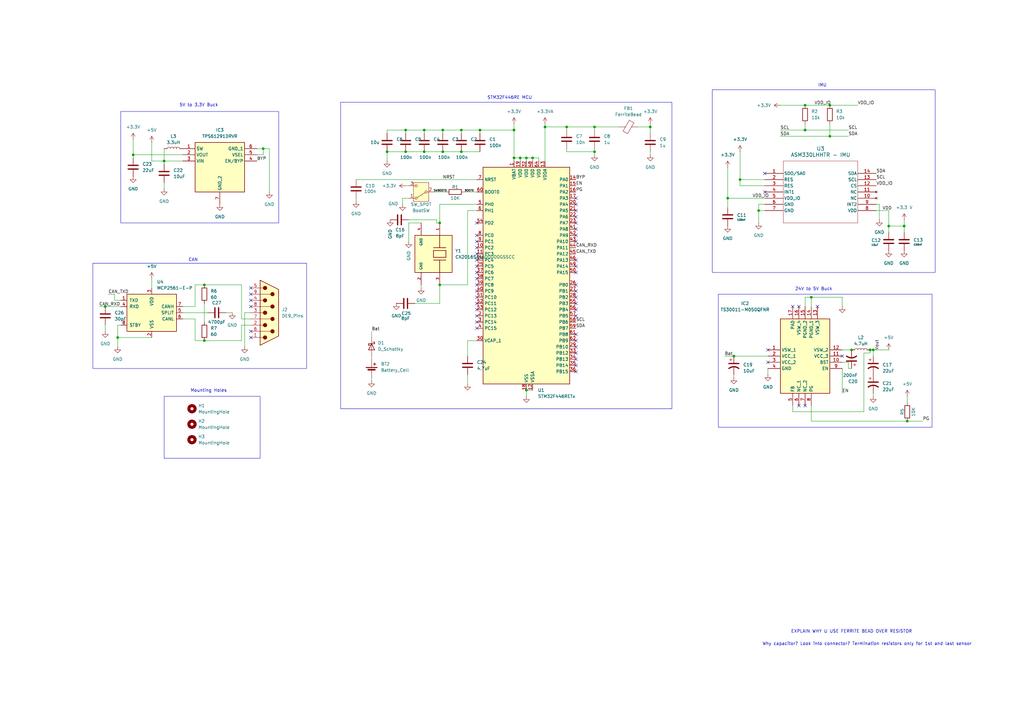
<source format=kicad_sch>
(kicad_sch (version 20250114) (generator "eeschema") (generator_version "9.0")
  (paper "A3")
  (rectangle (start 292.1 36.83) (end 383.54 111.76))
  (rectangle (start 67.31 162.56) (end 106.68 187.96))
  (rectangle (start 38.1 107.95) (end 125.73 151.13))
  (rectangle (start 294.64 120.65) (end 382.27 175.26))
  (rectangle (start 49.53 45.72) (end 114.3 91.44))
  (rectangle (start 139.7 41.91) (end 275.59 167.64))
  (text "EXPLAIN WHY U USE FERRITE BEAD OVER RESISTOR\n" (at 349.25 259.08 0) (effects (font (size 1.27 1.27))))
  (text "Why capacitor? Look into connector? Termination resistors only for 1st and last sensor" (at 355.6 264.16 0) (effects (font (size 1.27 1.27))))
  (text "Mounting Holes\n" (at 85.598 160.274 0) (effects (font (size 1.27 1.27))))
  (text "CAN\n" (at 79.248 106.68 0) (effects (font (size 1.27 1.27))))
  (text "STM32F446RE MCU" (at 209.042 40.132 0) (effects (font (size 1.27 1.27))))
  (text "24V to 5V Buck\n" (at 333.756 118.618 0) (effects (font (size 1.27 1.27))))
  (text "IMU\n" (at 337.312 35.052 0) (effects (font (size 1.27 1.27))))
  (text "5V to 3.3V Buck\n" (at 81.534 43.18 0) (effects (font (size 1.27 1.27))))
  (junction (at 364.49 92.71))
  (junction (at 215.9 160.02))
  (junction (at 215.9 64.77))
  (junction (at 54.61 63.5))
  (junction (at 298.45 81.28))
  (junction (at 332.74 121.92))
  (junction (at 83.82 116.84))
  (junction (at 243.84 62.23))
  (junction (at 43.18 125.73))
  (junction (at 166.37 53.34))
  (junction (at 173.99 53.34))
  (junction (at 349.25 143.51))
  (junction (at 67.31 66.04))
  (junction (at 181.61 62.23))
  (junction (at 166.37 62.23))
  (junction (at 180.34 91.44))
  (junction (at 48.26 138.43))
  (junction (at 83.82 139.7))
  (junction (at 266.7 52.07))
  (junction (at 107.95 60.96))
  (junction (at 330.2 43.18))
  (junction (at 330.2 53.34))
  (junction (at 370.84 92.71))
  (junction (at 189.23 53.34))
  (junction (at 173.99 62.23))
  (junction (at 196.85 53.34))
  (junction (at 340.36 55.88))
  (junction (at 358.14 143.51))
  (junction (at 180.34 116.84))
  (junction (at 181.61 53.34))
  (junction (at 372.11 172.72))
  (junction (at 356.87 143.51))
  (junction (at 300.99 146.05))
  (junction (at 232.41 52.07))
  (junction (at 213.36 64.77))
  (junction (at 303.53 73.66))
  (junction (at 189.23 62.23))
  (junction (at 223.52 52.07))
  (junction (at 210.82 64.77))
  (junction (at 210.82 53.34))
  (junction (at 311.15 86.36))
  (junction (at 340.36 43.18))
  (junction (at 218.44 64.77))
  (junction (at 158.75 62.23))
  (junction (at 243.84 52.07))
  (no_connect (at 236.22 144.78))
  (no_connect (at 236.22 81.28))
  (no_connect (at 195.58 116.84))
  (no_connect (at 195.58 106.68))
  (no_connect (at 236.22 116.84))
  (no_connect (at 236.22 124.46))
  (no_connect (at 236.22 142.24))
  (no_connect (at 195.58 127))
  (no_connect (at 195.58 129.54))
  (no_connect (at 327.66 166.37))
  (no_connect (at 236.22 96.52))
  (no_connect (at 195.58 96.52))
  (no_connect (at 325.12 125.73))
  (no_connect (at 195.58 132.08))
  (no_connect (at 236.22 83.82))
  (no_connect (at 195.58 104.14))
  (no_connect (at 236.22 109.22))
  (no_connect (at 195.58 99.06))
  (no_connect (at 195.58 134.62))
  (no_connect (at 236.22 127))
  (no_connect (at 195.58 91.44))
  (no_connect (at 236.22 152.4))
  (no_connect (at 102.87 125.73))
  (no_connect (at 314.96 148.59))
  (no_connect (at 195.58 101.6))
  (no_connect (at 236.22 129.54))
  (no_connect (at 102.87 120.65))
  (no_connect (at 327.66 125.73))
  (no_connect (at 236.22 121.92))
  (no_connect (at 102.87 135.89))
  (no_connect (at 195.58 111.76))
  (no_connect (at 102.87 123.19))
  (no_connect (at 236.22 91.44))
  (no_connect (at 195.58 109.22))
  (no_connect (at 236.22 106.68))
  (no_connect (at 102.87 138.43))
  (no_connect (at 236.22 111.76))
  (no_connect (at 236.22 147.32))
  (no_connect (at 195.58 121.92))
  (no_connect (at 335.28 125.73))
  (no_connect (at 330.2 166.37))
  (no_connect (at 313.69 71.12))
  (no_connect (at 236.22 86.36))
  (no_connect (at 313.69 78.74))
  (no_connect (at 236.22 139.7))
  (no_connect (at 236.22 88.9))
  (no_connect (at 236.22 137.16))
  (no_connect (at 236.22 99.06))
  (no_connect (at 102.87 118.11))
  (no_connect (at 195.58 124.46))
  (no_connect (at 195.58 114.3))
  (no_connect (at 236.22 119.38))
  (no_connect (at 236.22 93.98))
  (no_connect (at 236.22 149.86))
  (no_connect (at 314.96 143.51))
  (no_connect (at 345.44 146.05))
  (no_connect (at 195.58 119.38))
  (wire (pts (xy 215.9 64.77) (xy 218.44 64.77)))
  (wire (pts (xy 364.49 92.71) (xy 370.84 92.71)))
  (wire (pts (xy 166.37 53.34) (xy 166.37 54.61)))
  (wire (pts (xy 364.49 92.71) (xy 364.49 95.25)))
  (wire (pts (xy 48.26 133.35) (xy 48.26 138.43)))
  (wire (pts (xy 49.53 133.35) (xy 48.26 133.35)))
  (wire (pts (xy 372.11 162.56) (xy 372.11 165.1)))
  (wire (pts (xy 359.41 86.36) (xy 364.49 86.36)))
  (wire (pts (xy 105.41 60.96) (xy 107.95 60.96)))
  (wire (pts (xy 223.52 52.07) (xy 223.52 66.04)))
  (wire (pts (xy 191.77 86.36) (xy 191.77 116.84)))
  (wire (pts (xy 345.44 161.29) (xy 345.44 151.13)))
  (wire (pts (xy 210.82 53.34) (xy 196.85 53.34)))
  (wire (pts (xy 146.05 73.66) (xy 195.58 73.66)))
  (wire (pts (xy 152.4 146.05) (xy 152.4 147.32)))
  (wire (pts (xy 313.69 76.2) (xy 303.53 76.2)))
  (wire (pts (xy 196.85 53.34) (xy 196.85 54.61)))
  (wire (pts (xy 358.14 143.51) (xy 358.14 146.05)))
  (wire (pts (xy 80.01 116.84) (xy 80.01 125.73)))
  (wire (pts (xy 189.23 53.34) (xy 189.23 54.61)))
  (wire (pts (xy 158.75 53.34) (xy 166.37 53.34)))
  (wire (pts (xy 330.2 43.18) (xy 340.36 43.18)))
  (wire (pts (xy 320.04 53.34) (xy 330.2 53.34)))
  (wire (pts (xy 356.87 144.78) (xy 356.87 143.51)))
  (wire (pts (xy 266.7 62.23) (xy 266.7 63.5)))
  (wire (pts (xy 67.31 74.93) (xy 67.31 77.47)))
  (wire (pts (xy 358.14 162.56) (xy 358.14 161.29)))
  (wire (pts (xy 340.36 55.88) (xy 347.98 55.88)))
  (wire (pts (xy 332.74 172.72) (xy 372.11 172.72)))
  (wire (pts (xy 43.18 133.35) (xy 43.18 135.89)))
  (wire (pts (xy 48.26 138.43) (xy 62.23 138.43)))
  (wire (pts (xy 67.31 66.04) (xy 67.31 67.31)))
  (wire (pts (xy 181.61 53.34) (xy 189.23 53.34)))
  (wire (pts (xy 99.06 139.7) (xy 99.06 133.35)))
  (wire (pts (xy 189.23 53.34) (xy 196.85 53.34)))
  (wire (pts (xy 232.41 62.23) (xy 243.84 62.23)))
  (wire (pts (xy 354.33 144.78) (xy 356.87 144.78)))
  (wire (pts (xy 110.49 78.74) (xy 110.49 60.96)))
  (wire (pts (xy 181.61 53.34) (xy 181.61 54.61)))
  (wire (pts (xy 44.45 120.65) (xy 46.99 120.65)))
  (wire (pts (xy 358.14 143.51) (xy 364.49 143.51)))
  (wire (pts (xy 152.4 156.21) (xy 152.4 154.94)))
  (wire (pts (xy 172.72 91.44) (xy 167.64 91.44)))
  (wire (pts (xy 325.12 168.91) (xy 354.33 168.91)))
  (wire (pts (xy 298.45 68.58) (xy 298.45 81.28)))
  (wire (pts (xy 99.06 116.84) (xy 99.06 130.81)))
  (wire (pts (xy 180.34 83.82) (xy 180.34 91.44)))
  (wire (pts (xy 210.82 64.77) (xy 210.82 66.04)))
  (wire (pts (xy 195.58 83.82) (xy 180.34 83.82)))
  (wire (pts (xy 303.53 73.66) (xy 303.53 76.2)))
  (wire (pts (xy 354.33 144.78) (xy 354.33 168.91)))
  (wire (pts (xy 332.74 121.92) (xy 332.74 125.73)))
  (wire (pts (xy 67.31 66.04) (xy 74.93 66.04)))
  (wire (pts (xy 191.77 139.7) (xy 191.77 146.05)))
  (wire (pts (xy 189.23 62.23) (xy 196.85 62.23)))
  (wire (pts (xy 297.18 146.05) (xy 300.99 146.05)))
  (wire (pts (xy 167.64 81.28) (xy 165.1 81.28)))
  (wire (pts (xy 300.99 153.67) (xy 300.99 154.94)))
  (wire (pts (xy 311.15 83.82) (xy 311.15 86.36)))
  (wire (pts (xy 345.44 143.51) (xy 349.25 143.51)))
  (wire (pts (xy 172.72 116.84) (xy 172.72 118.11)))
  (wire (pts (xy 218.44 66.04) (xy 218.44 64.77)))
  (wire (pts (xy 215.9 160.02) (xy 215.9 162.56)))
  (wire (pts (xy 220.98 66.04) (xy 220.98 64.77)))
  (wire (pts (xy 195.58 139.7) (xy 191.77 139.7)))
  (wire (pts (xy 177.8 78.74) (xy 182.88 78.74)))
  (wire (pts (xy 74.93 130.81) (xy 80.01 130.81)))
  (wire (pts (xy 266.7 54.61) (xy 266.7 52.07)))
  (wire (pts (xy 166.37 53.34) (xy 173.99 53.34)))
  (wire (pts (xy 314.96 151.13) (xy 314.96 153.67)))
  (wire (pts (xy 223.52 52.07) (xy 232.41 52.07)))
  (wire (pts (xy 215.9 64.77) (xy 215.9 66.04)))
  (wire (pts (xy 330.2 50.8) (xy 330.2 53.34)))
  (wire (pts (xy 80.01 116.84) (xy 83.82 116.84)))
  (wire (pts (xy 181.61 62.23) (xy 189.23 62.23)))
  (wire (pts (xy 332.74 121.92) (xy 345.44 121.92)))
  (wire (pts (xy 62.23 58.42) (xy 62.23 66.04)))
  (wire (pts (xy 370.84 92.71) (xy 370.84 95.25)))
  (wire (pts (xy 173.99 53.34) (xy 181.61 53.34)))
  (wire (pts (xy 170.18 124.46) (xy 180.34 124.46)))
  (wire (pts (xy 243.84 60.96) (xy 243.84 62.23)))
  (wire (pts (xy 356.87 143.51) (xy 358.14 143.51)))
  (wire (pts (xy 80.01 139.7) (xy 83.82 139.7)))
  (wire (pts (xy 330.2 121.92) (xy 332.74 121.92)))
  (wire (pts (xy 173.99 53.34) (xy 173.99 54.61)))
  (wire (pts (xy 232.41 53.34) (xy 232.41 52.07)))
  (wire (pts (xy 191.77 116.84) (xy 180.34 116.84)))
  (wire (pts (xy 46.99 120.65) (xy 46.99 123.19)))
  (wire (pts (xy 243.84 53.34) (xy 243.84 52.07)))
  (wire (pts (xy 107.95 60.96) (xy 107.95 63.5)))
  (wire (pts (xy 110.49 60.96) (xy 107.95 60.96)))
  (wire (pts (xy 213.36 64.77) (xy 215.9 64.77)))
  (wire (pts (xy 311.15 86.36) (xy 313.69 86.36)))
  (wire (pts (xy 191.77 153.67) (xy 191.77 157.48)))
  (wire (pts (xy 320.04 55.88) (xy 340.36 55.88)))
  (wire (pts (xy 54.61 57.15) (xy 54.61 63.5)))
  (wire (pts (xy 167.64 90.17) (xy 179.07 90.17)))
  (wire (pts (xy 100.33 128.27) (xy 100.33 142.24)))
  (wire (pts (xy 313.69 83.82) (xy 311.15 83.82)))
  (wire (pts (xy 330.2 53.34) (xy 347.98 53.34)))
  (wire (pts (xy 146.05 81.28) (xy 146.05 82.55)))
  (wire (pts (xy 266.7 50.8) (xy 266.7 52.07)))
  (wire (pts (xy 266.7 52.07) (xy 261.62 52.07)))
  (wire (pts (xy 213.36 64.77) (xy 213.36 66.04)))
  (wire (pts (xy 243.84 52.07) (xy 254 52.07)))
  (wire (pts (xy 158.75 53.34) (xy 158.75 54.61)))
  (wire (pts (xy 223.52 52.07) (xy 223.52 50.8)))
  (wire (pts (xy 320.04 43.18) (xy 330.2 43.18)))
  (wire (pts (xy 40.64 125.73) (xy 43.18 125.73)))
  (wire (pts (xy 311.15 86.36) (xy 311.15 91.44)))
  (wire (pts (xy 210.82 50.8) (xy 210.82 53.34)))
  (wire (pts (xy 364.49 86.36) (xy 364.49 92.71)))
  (wire (pts (xy 80.01 130.81) (xy 80.01 139.7)))
  (wire (pts (xy 332.74 166.37) (xy 332.74 172.72)))
  (wire (pts (xy 370.84 90.17) (xy 370.84 92.71)))
  (wire (pts (xy 167.64 91.44) (xy 167.64 99.06)))
  (wire (pts (xy 232.41 60.96) (xy 232.41 62.23)))
  (wire (pts (xy 190.5 78.74) (xy 195.58 78.74)))
  (wire (pts (xy 62.23 66.04) (xy 67.31 66.04)))
  (wire (pts (xy 74.93 125.73) (xy 80.01 125.73)))
  (wire (pts (xy 105.41 63.5) (xy 107.95 63.5)))
  (wire (pts (xy 195.58 86.36) (xy 191.77 86.36)))
  (wire (pts (xy 210.82 53.34) (xy 210.82 64.77)))
  (wire (pts (xy 166.37 62.23) (xy 173.99 62.23)))
  (wire (pts (xy 360.68 90.17) (xy 360.68 83.82)))
  (wire (pts (xy 325.12 166.37) (xy 325.12 168.91)))
  (wire (pts (xy 180.34 91.44) (xy 179.07 91.44)))
  (wire (pts (xy 300.99 146.05) (xy 314.96 146.05)))
  (wire (pts (xy 158.75 62.23) (xy 158.75 66.04)))
  (wire (pts (xy 347.98 151.13) (xy 349.25 151.13)))
  (wire (pts (xy 48.26 138.43) (xy 48.26 142.24)))
  (wire (pts (xy 43.18 125.73) (xy 49.53 125.73)))
  (wire (pts (xy 166.37 76.2) (xy 167.64 76.2)))
  (wire (pts (xy 243.84 62.23) (xy 243.84 63.5)))
  (wire (pts (xy 340.36 43.18) (xy 351.79 43.18)))
  (wire (pts (xy 372.11 172.72) (xy 378.46 172.72)))
  (wire (pts (xy 243.84 52.07) (xy 232.41 52.07)))
  (wire (pts (xy 360.68 83.82) (xy 359.41 83.82)))
  (wire (pts (xy 210.82 64.77) (xy 213.36 64.77)))
  (wire (pts (xy 99.06 133.35) (xy 102.87 133.35)))
  (wire (pts (xy 298.45 81.28) (xy 298.45 85.09)))
  (wire (pts (xy 83.82 124.46) (xy 83.82 132.08)))
  (wire (pts (xy 92.71 128.27) (xy 95.25 128.27)))
  (wire (pts (xy 347.98 148.59) (xy 347.98 151.13)))
  (wire (pts (xy 340.36 50.8) (xy 340.36 55.88)))
  (wire (pts (xy 298.45 81.28) (xy 313.69 81.28)))
  (wire (pts (xy 67.31 60.96) (xy 67.31 66.04)))
  (wire (pts (xy 54.61 64.77) (xy 54.61 63.5)))
  (wire (pts (xy 215.9 160.02) (xy 218.44 160.02)))
  (wire (pts (xy 83.82 116.84) (xy 99.06 116.84)))
  (wire (pts (xy 179.07 91.44) (xy 179.07 90.17)))
  (wire (pts (xy 303.53 62.23) (xy 303.53 73.66)))
  (wire (pts (xy 152.4 135.89) (xy 152.4 138.43)))
  (wire (pts (xy 220.98 64.77) (xy 218.44 64.77)))
  (wire (pts (xy 303.53 73.66) (xy 313.69 73.66)))
  (wire (pts (xy 330.2 125.73) (xy 330.2 121.92)))
  (wire (pts (xy 102.87 128.27) (xy 100.33 128.27)))
  (wire (pts (xy 74.93 63.5) (xy 54.61 63.5)))
  (wire (pts (xy 83.82 139.7) (xy 99.06 139.7)))
  (wire (pts (xy 99.06 130.81) (xy 102.87 130.81)))
  (wire (pts (xy 158.75 62.23) (xy 166.37 62.23)))
  (wire (pts (xy 180.34 116.84) (xy 180.34 124.46)))
  (wire (pts (xy 345.44 148.59) (xy 347.98 148.59)))
  (wire (pts (xy 173.99 62.23) (xy 181.61 62.23)))
  (wire (pts (xy 74.93 128.27) (xy 85.09 128.27)))
  (wire (pts (xy 345.44 121.92) (xy 345.44 125.73)))
  (wire (pts (xy 46.99 123.19) (xy 49.53 123.19)))
  (wire (pts (xy 62.23 114.3) (xy 62.23 118.11)))
  (wire (pts (xy 165.1 81.28) (xy 165.1 83.82)))
  (label "EN" (at 236.22 76.2 0))
  (label "SDA" (at 359.41 71.12 0))
  (label "BOOT0" (at 190.5 78.74 0) (effects (font (size 0.762 0.762))))
  (label "VDD_IO" (at 359.41 76.2 0))
  (label "SWBOOT0" (at 177.8 78.74 0) (effects (font (size 0.762 0.762))))
  (label "Bat" (at 152.4 135.89 0))
  (label "NRST" (at 181.61 73.66 0))
  (label "Bat" (at 297.18 146.05 0))
  (label "SCL" (at 236.22 132.08 0))
  (label "EN" (at 345.44 161.29 0))
  (label "SDA" (at 320.04 55.88 0))
  (label "VDD" (at 361.95 86.36 0))
  (label "Vout" (at 360.68 143.51 90))
  (label "SCL" (at 347.98 53.34 0))
  (label "VDD_IO" (at 334.01 43.18 0))
  (label "BYP" (at 236.22 73.66 0))
  (label "SDA" (at 236.22 134.62 0))
  (label "SDA" (at 347.98 55.88 0))
  (label "CAN_TXD" (at 44.45 120.65 0))
  (label "CAN_RXD" (at 40.64 125.73 0))
  (label "PG" (at 378.46 172.72 0))
  (label "CAN_TXD" (at 236.22 104.14 0))
  (label "VDD_IO" (at 351.79 43.18 0))
  (label "BYP" (at 105.41 66.04 0))
  (label "SCL" (at 359.41 73.66 0))
  (label "SCL" (at 320.04 53.34 0))
  (label "VDD_IO" (at 308.61 81.28 0))
  (label "CAN_RXD" (at 236.22 101.6 0))
  (label "PG" (at 236.22 78.74 0))
  (symbol (lib_id "Device:C") (at 67.31 71.12 0) (unit 1)
    (property "Reference" "C22" (at 71.12 69.8499 0) (effects (justify left)))
    (property "Value" "10uF" (at 71.12 72.3899 0) (effects (justify left)))
    (property "Footprint" "Capacitor_SMD:C_1206_3216Metric" (effects (hide yes)))
    (property "Description" "Unpolarized capacitor" (effects (hide yes)))
  )
  (symbol (lib_id "Device:C") (at 158.75 58.42 0) (unit 1)
    (property "Reference" "C6" (at 162.56 57.1499 0) (effects (justify left)))
    (property "Value" "10u" (at 151.892 58.42 0) (effects (justify left)))
    (property "Footprint" "Capacitor_SMD:C_1206_3216Metric" (effects (hide yes)))
    (property "Description" "Unpolarized capacitor" (effects (hide yes)))
  )
  (symbol (lib_id "Device:R") (at 330.2 46.99 0) (unit 1)
    (property "Reference" "R2" (at 332.74 45.7199 0) (effects (justify left)))
    (property "Value" "10k" (at 332.74 48.2599 0) (effects (justify left)))
    (property "Footprint" "Resistor_SMD:R_0201_0603Metric" (effects (hide yes)))
    (property "Description" "Resistor" (effects (hide yes)))
  )
  (symbol (lib_id "power:GND") (at 90.17 83.82 0) (unit 1)
    (property "Reference" "#PWR018" (effects (hide yes)))
    (property "Value" "GND" (at 90.17 88.9 0))
    (property "Description" "Power symbol creates a global label with name \"GND\" , ground" (effects (hide yes)))
  )
  (symbol (lib_id "Device:C") (at 181.61 58.42 0) (unit 1)
    (property "Reference" "C3" (at 185.42 57.1499 0) (effects (justify left)))
    (property "Value" "100n" (at 179.578 64.516 0) (effects (justify left)))
    (property "Footprint" "Capacitor_SMD:C_0201_0603Metric" (effects (hide yes)))
    (property "Description" "Unpolarized capacitor" (effects (hide yes)))
  )
  (symbol (lib_id "Custom_Symbols:ASM330LHHTR") (at 313.69 71.12 0) (unit 1)
    (property "Reference" "U3" (at 336.55 60.96 0) (effects (font (size 1.524 1.524))))
    (property "Value" "ASM330LHHTR - IMU" (at 336.55 63.5 0) (effects (font (size 1.524 1.524))))
    (property "Footprint" "Custom_FP:ASM330LHHTR - IMU" (effects (hide yes)))
    (property "Datasheet" "https://www.st.com/resource/en/datasheet/asm330lhh.pdf" (effects (hide yes)))
  )
  (symbol (lib_id "Mechanical:MountingHole") (at 78.74 173.99 0) (unit 1) (in_bom no)
    (property "Reference" "H2" (at 81.28 172.7199 0) (effects (justify left)))
    (property "Value" "MountingHole" (at 81.28 175.2599 0) (effects (justify left)))
    (property "Footprint" "MountingHole:MountingHole_2.2mm_M2" (effects (hide yes)))
    (property "Description" "Mounting Hole without connection" (effects (hide yes)))
  )
  (symbol (lib_id "power:+3.3V") (at 320.04 43.18 90) (unit 1)
    (property "Reference" "#PWR019" (effects (hide yes)))
    (property "Value" "+3.3V" (at 316.23 43.1799 90) (effects (justify left)))
    (property "Description" "Power symbol creates a global label with name \"+3.3V\"" (effects (hide yes)))
  )
  (symbol (lib_id "Custom_Symbols:CX2016SA16000D0GSSCC") (at 177.8 104.14 270) (unit 1)
    (property "Reference" "Y1" (at 186.69 102.8699 90) (effects (justify left)))
    (property "Value" "CX2016SA16000D0GSSCC" (at 186.69 105.4099 90) (effects (justify left)))
    (property "Footprint" "Custom_FP:OSCCC200X160X50N" (effects (hide yes)))
    (property "CREATOR" "NEZY" (effects (hide yes)))
  )
  (symbol (lib_id "Device:C") (at 88.9 128.27 270) (unit 1)
    (property "Reference" "C27" (at 88.9 124.206 90))
    (property "Value" "4700pF" (at 88.9 132.08 90))
    (property "Footprint" "Capacitor_SMD:C_0603_1608Metric" (effects (hide yes)))
    (property "Description" "Unpolarized capacitor" (effects (hide yes)))
  )
  (symbol (lib_id "Device:C") (at 191.77 149.86 0) (unit 1)
    (property "Reference" "C24" (at 195.58 148.5899 0) (effects (justify left)))
    (property "Value" "4.7uF" (at 195.58 151.1299 0) (effects (justify left)))
    (property "Footprint" "Capacitor_SMD:C_0201_0603Metric" (effects (hide yes)))
    (property "Description" "Unpolarized capacitor" (effects (hide yes)))
  )
  (symbol (lib_id "Device:D_Schottky") (at 152.4 142.24 270) (unit 1)
    (property "Reference" "D1" (at 154.94 140.6524 90) (effects (justify left)))
    (property "Value" "D_Schottky" (at 154.94 143.1924 90) (effects (justify left)))
    (property "Footprint" "Diode_SMD:D_SMC" (effects (hide yes)))
    (property "Description" "Schottky diode" (effects (hide yes)))
  )
  (symbol (lib_id "power:GND") (at 172.72 118.11 0) (unit 1)
    (property "Reference" "#PWR044" (effects (hide yes)))
    (property "Value" "GND" (at 172.72 123.19 0))
    (property "Description" "Power symbol creates a global label with name \"GND\" , ground" (effects (hide yes)))
  )
  (symbol (lib_id "Switch:SW_SPDT") (at 172.72 78.74 180) (unit 1)
    (property "Reference" "BootSW" (at 172.72 86.36 0))
    (property "Value" "SW_SPDT" (at 172.72 83.82 0))
    (property "Footprint" "Button_Switch_SMD:SW_SPDT_CK_JS102011SAQN" (effects (hide yes)))
    (property "Description" "Switch, single pole double throw" (effects (hide yes)))
  )
  (symbol (lib_id "Device:C") (at 166.37 58.42 0) (unit 1)
    (property "Reference" "C5" (at 170.18 57.1499 0) (effects (justify left)))
    (property "Value" "100n" (at 164.084 64.516 0) (effects (justify left)))
    (property "Footprint" "Capacitor_SMD:C_0201_0603Metric" (effects (hide yes)))
    (property "Description" "Unpolarized capacitor" (effects (hide yes)))
  )
  (symbol (lib_id "power:GND") (at 314.96 153.67 0) (unit 1)
    (property "Reference" "#PWR034" (effects (hide yes)))
    (property "Value" "GND" (at 314.96 158.75 0))
    (property "Description" "Power symbol creates a global label with name \"GND\" , ground" (effects (hide yes)))
  )
  (symbol (lib_id "Custom_Symbols:TPS61291DRVR") (at 74.93 60.96 0) (unit 1)
    (property "Reference" "IC3" (at 90.17 53.34 0))
    (property "Value" "TPS61291DRVR" (at 90.17 55.88 0))
    (property "Footprint" "Custom_FP:TPS61291DRVR" (effects (hide yes)))
    (property "Datasheet" "http://www.ti.com/lit/ds/symlink/tps61291.pdf" (effects (hide yes)))
    (property "Description" "Low Iq Boost Converter with 15nA Bypass Operation" (effects (hide yes)))
    (property "Height" "0.8" (effects (hide yes)))
    (property "Mouser Part Number" "595-TPS61291DRVR" (effects (hide yes)))
    (property "Mouser Price/Stock" "https://www.mouser.co.uk/ProductDetail/Texas-Instruments/TPS61291DRVR?qs=6E8igxPflKdi99VfHtbMIA%3D%3D" (effects (hide yes)))
    (property "Manufacturer_Name" "Texas Instruments" (effects (hide yes)))
    (property "Manufacturer_Part_Number" "TPS61291DRVR" (effects (hide yes)))
  )
  (symbol (lib_id "Mechanical:MountingHole") (at 78.74 167.64 0) (unit 1) (in_bom no)
    (property "Reference" "H1" (at 81.28 166.3699 0) (effects (justify left)))
    (property "Value" "MountingHole" (at 81.28 168.9099 0) (effects (justify left)))
    (property "Footprint" "MountingHole:MountingHole_2.2mm_M2" (effects (hide yes)))
    (property "Description" "Mounting Hole without connection" (effects (hide yes)))
  )
  (symbol (lib_id "power:GND") (at 311.15 91.44 0) (unit 1)
    (property "Reference" "#PWR014" (effects (hide yes)))
    (property "Value" "GND" (at 311.15 96.52 0))
    (property "Description" "Power symbol creates a global label with name \"GND\" , ground" (effects (hide yes)))
  )
  (symbol (lib_id "power:GND") (at 110.49 78.74 0) (unit 1)
    (property "Reference" "#PWR040" (effects (hide yes)))
    (property "Value" "GND" (at 110.49 83.82 0))
    (property "Description" "Power symbol creates a global label with name \"GND\" , ground" (effects (hide yes)))
  )
  (symbol (lib_id "Device:C") (at 298.45 88.9 0) (unit 1)
    (property "Reference" "C11" (at 302.26 88.2649 0) (effects (justify left)))
    (property "Value" "100nF" (at 302.26 90.17 0) (effects (font (size 0.762 0.762)) (justify left)))
    (property "Footprint" "Capacitor_SMD:C_0201_0603Metric" (effects (hide yes)))
    (property "Description" "Unpolarized capacitor" (effects (hide yes)))
  )
  (symbol (lib_id "Device:C_Polarized_US") (at 358.14 149.86 0) (unit 1)
    (property "Reference" "C17" (at 361.95 149.606 0) (effects (justify left)))
    (property "Value" "22uF" (at 361.95 152.146 0) (effects (justify left)))
    (property "Footprint" "Capacitor_SMD:C_0603_1608Metric" (effects (hide yes)))
    (property "Description" "Polarized capacitor, US symbol" (effects (hide yes)))
  )
  (symbol (lib_id "Device:C_Polarized_US") (at 349.25 147.32 180) (unit 1)
    (property "Reference" "C20" (at 351.79 156.464 0) (effects (justify left)))
    (property "Value" "200nF" (at 351.79 153.924 0) (effects (justify left)))
    (property "Footprint" "Capacitor_SMD:C_0603_1608Metric" (effects (hide yes)))
    (property "Description" "Polarized capacitor, US symbol" (effects (hide yes)))
  )
  (symbol (lib_id "Connector:DE9_Pins") (at 110.49 128.27 0) (unit 1)
    (property "Reference" "J2" (at 115.57 126.9999 0) (effects (justify left)))
    (property "Value" "DE9_Pins" (at 115.57 129.5399 0) (effects (justify left)))
    (property "Footprint" "Connector_Dsub:DSUB-9_Pins_EdgeMount_P2.77mm" (effects (hide yes)))
    (property "Description" "9-pin D-SUB connector, pins (male)" (effects (hide yes)))
  )
  (symbol (lib_id "power:+5V") (at 62.23 58.42 0) (unit 1)
    (property "Reference" "#PWR021" (effects (hide yes)))
    (property "Value" "+5V" (at 62.23 53.34 0))
    (property "Description" "Power symbol creates a global label with name \"+5V\"" (effects (hide yes)))
  )
  (symbol (lib_id "power:GND") (at 158.75 66.04 0) (unit 1)
    (property "Reference" "#PWR03" (effects (hide yes)))
    (property "Value" "GND" (at 158.75 71.12 0))
    (property "Description" "Power symbol creates a global label with name \"GND\" , ground" (effects (hide yes)))
  )
  (symbol (lib_id "power:GND") (at 67.31 77.47 0) (unit 1)
    (property "Reference" "#PWR020" (effects (hide yes)))
    (property "Value" "GND" (at 67.31 82.55 0))
    (property "Description" "Power symbol creates a global label with name \"GND\" , ground" (effects (hide yes)))
  )
  (symbol (lib_id "power:GND") (at 298.45 92.71 0) (unit 1)
    (property "Reference" "#PWR013" (effects (hide yes)))
    (property "Value" "GND" (at 298.45 97.79 0))
    (property "Description" "Power symbol creates a global label with name \"GND\" , ground" (effects (hide yes)))
  )
  (symbol (lib_id "power:GND") (at 345.44 125.73 0) (unit 1)
    (property "Reference" "#PWR038" (effects (hide yes)))
    (property "Value" "GND" (effects (hide yes)))
    (property "Description" "Power symbol creates a global label with name \"GND\" , ground" (effects (hide yes)))
  )
  (symbol (lib_id "Device:R") (at 340.36 46.99 0) (unit 1)
    (property "Reference" "R3" (at 342.9 45.7199 0) (effects (justify left)))
    (property "Value" "10k" (at 342.9 48.2599 0) (effects (justify left)))
    (property "Footprint" "Resistor_SMD:R_0201_0603Metric" (effects (hide yes)))
    (property "Description" "Resistor" (effects (hide yes)))
  )
  (symbol (lib_id "power:GND") (at 300.99 154.94 0) (unit 1)
    (property "Reference" "#PWR033" (effects (hide yes)))
    (property "Value" "GND" (at 300.99 160.02 0))
    (property "Description" "Power symbol creates a global label with name \"GND\" , ground" (effects (hide yes)))
  )
  (symbol (lib_id "Device:C") (at 43.18 129.54 180) (unit 1)
    (property "Reference" "C26" (at 46.99 128.2699 0) (effects (justify right)))
    (property "Value" "30pF" (at 46.99 130.8099 0) (effects (justify right)))
    (property "Footprint" "Capacitor_SMD:C_0402_1005Metric" (effects (hide yes)))
    (property "Description" "Unpolarized capacitor" (effects (hide yes)))
  )
  (symbol (lib_id "power:GND") (at 243.84 63.5 0) (unit 1)
    (property "Reference" "#PWR06" (effects (hide yes)))
    (property "Value" "GND" (at 243.84 68.58 0))
    (property "Description" "Power symbol creates a global label with name \"GND\" , ground" (effects (hide yes)))
  )
  (symbol (lib_id "power:+3.3V") (at 210.82 50.8 0) (unit 1)
    (property "Reference" "#PWR02" (effects (hide yes)))
    (property "Value" "+3.3V" (at 210.82 45.72 0))
    (property "Description" "Power symbol creates a global label with name \"+3.3V\"" (effects (hide yes)))
  )
  (symbol (lib_id "Device:C") (at 196.85 58.42 0) (unit 1)
    (property "Reference" "C1" (at 200.66 57.1499 0) (effects (justify left)))
    (property "Value" "100n" (at 200.66 59.6899 0) (effects (justify left)))
    (property "Footprint" "Capacitor_SMD:C_0201_0603Metric" (effects (hide yes)))
    (property "Description" "Unpolarized capacitor" (effects (hide yes)))
  )
  (symbol (lib_id "Device:C") (at 364.49 99.06 0) (unit 1)
    (property "Reference" "C12" (at 357.378 98.552 0) (effects (justify left)))
    (property "Value" "10uF" (at 357.378 100.4571 0) (effects (font (size 0.762 0.762)) (justify left)))
    (property "Footprint" "Capacitor_SMD:C_1206_3216Metric" (effects (hide yes)))
    (property "Description" "Unpolarized capacitor" (effects (hide yes)))
  )
  (symbol (lib_id "power:+3.3V") (at 223.52 50.8 0) (unit 1)
    (property "Reference" "#PWR04" (effects (hide yes)))
    (property "Value" "+3.3VA" (at 223.52 45.72 0))
    (property "Description" "Power symbol creates a global label with name \"+3.3V\"" (effects (hide yes)))
  )
  (symbol (lib_id "Device:C") (at 173.99 58.42 0) (unit 1)
    (property "Reference" "C4" (at 177.8 57.1499 0) (effects (justify left)))
    (property "Value" "100n" (at 171.958 64.516 0) (effects (justify left)))
    (property "Footprint" "Capacitor_SMD:C_0201_0603Metric" (effects (hide yes)))
    (property "Description" "Unpolarized capacitor" (effects (hide yes)))
  )
  (symbol (lib_id "power:GND") (at 43.18 135.89 0) (unit 1)
    (property "Reference" "#PWR047" (effects (hide yes)))
    (property "Value" "GND" (at 43.18 140.97 0))
    (property "Description" "Power symbol creates a global label with name \"GND\" , ground" (effects (hide yes)))
  )
  (symbol (lib_id "Mechanical:MountingHole") (at 78.74 180.34 0) (unit 1) (in_bom no)
    (property "Reference" "H3" (at 81.28 179.0699 0) (effects (justify left)))
    (property "Value" "MountingHole" (at 81.28 181.6099 0) (effects (justify left)))
    (property "Footprint" "MountingHole:MountingHole_2.2mm_M2" (effects (hide yes)))
    (property "Description" "Mounting Hole without connection" (effects (hide yes)))
  )
  (symbol (lib_id "power:GND") (at 95.25 128.27 0) (unit 1)
    (property "Reference" "#PWR048" (effects (hide yes)))
    (property "Value" "GND" (at 95.25 133.35 0))
    (property "Description" "Power symbol creates a global label with name \"GND\" , ground" (effects (hide yes)))
  )
  (symbol (lib_id "Device:R") (at 372.11 168.91 180) (unit 1)
    (property "Reference" "R5" (at 370.078 168.91 90))
    (property "Value" "10K" (at 374.65 168.91 90))
    (property "Footprint" "Resistor_SMD:R_0201_0603Metric" (effects (hide yes)))
    (property "Description" "Resistor" (effects (hide yes)))
  )
  (symbol (lib_id "power:GND") (at 165.1 83.82 0) (unit 1)
    (property "Reference" "#PWR09" (effects (hide yes)))
    (property "Value" "GND" (at 161.29 83.566 0))
    (property "Description" "Power symbol creates a global label with name \"GND\" , ground" (effects (hide yes)))
  )
  (symbol (lib_id "power:GND") (at 370.84 102.87 0) (unit 1)
    (property "Reference" "#PWR016" (effects (hide yes)))
    (property "Value" "GND" (at 370.84 107.95 0))
    (property "Description" "Power symbol creates a global label with name \"GND\" , ground" (effects (hide yes)))
  )
  (symbol (lib_id "Device:C_Polarized_US") (at 358.14 157.48 0) (unit 1)
    (property "Reference" "C21" (at 361.95 157.226 0) (effects (justify left)))
    (property "Value" "22uF" (at 361.95 159.766 0) (effects (justify left)))
    (property "Footprint" "Capacitor_SMD:C_0603_1608Metric" (effects (hide yes)))
    (property "Description" "Polarized capacitor, US symbol" (effects (hide yes)))
  )
  (symbol (lib_id "MCU_ST_STM32F4:STM32F446RETx") (at 215.9 114.3 0) (unit 1)
    (property "Reference" "U1" (at 220.5833 160.02 0) (effects (justify left)))
    (property "Value" "STM32F446RETx" (at 220.5833 162.56 0) (effects (justify left)))
    (property "Footprint" "Package_QFP:LQFP-64_10x10mm_P0.5mm" (effects (hide yes)))
    (property "Datasheet" "https://www.st.com/resource/en/datasheet/stm32f446re.pdf" (effects (hide yes)))
    (property "Description" "STMicroelectronics Arm Cortex-M4 MCU, 512KB flash, 128KB RAM, 180 MHz, 1.8-3.6V, 50 GPIO, LQFP64" (effects (hide yes)))
  )
  (symbol (lib_id "Device:C_Polarized_US") (at 300.99 149.86 0) (unit 1)
    (property "Reference" "C19" (at 304.8 149.606 0) (effects (justify left)))
    (property "Value" "10uF" (at 304.8 152.146 0) (effects (justify left)))
    (property "Footprint" "Capacitor_SMD:C_1206_3216Metric" (effects (hide yes)))
    (property "Description" "Polarized capacitor, US symbol" (effects (hide yes)))
  )
  (symbol (lib_id "power:GND") (at 191.77 157.48 0) (unit 1)
    (property "Reference" "#PWR042" (effects (hide yes)))
    (property "Value" "GND" (effects (hide yes)))
    (property "Description" "Power symbol creates a global label with name \"GND\" , ground" (effects (hide yes)))
  )
  (symbol (lib_id "power:GND") (at 48.26 142.24 0) (unit 1)
    (property "Reference" "#PWR046" (effects (hide yes)))
    (property "Value" "GND" (at 48.26 147.32 0))
    (property "Description" "Power symbol creates a global label with name \"GND\" , ground" (effects (hide yes)))
  )
  (symbol (lib_id "power:GND") (at 364.49 102.87 0) (unit 1)
    (property "Reference" "#PWR015" (effects (hide yes)))
    (property "Value" "GND" (at 364.49 107.95 0))
    (property "Description" "Power symbol creates a global label with name \"GND\" , ground" (effects (hide yes)))
  )
  (symbol (lib_id "Device:C") (at 163.83 90.17 90) (unit 1)
    (property "Reference" "C16" (at 164.084 94.234 90))
    (property "Value" "8pF" (at 164.084 96.774 90))
    (property "Footprint" "Capacitor_SMD:C_0201_0603Metric" (effects (hide yes)))
    (property "Description" "Unpolarized capacitor" (effects (hide yes)))
  )
  (symbol (lib_id "Device:R") (at 83.82 135.89 0) (unit 1)
    (property "Reference" "R7" (at 86.36 134.6199 0) (effects (justify left)))
    (property "Value" "60" (at 86.36 137.1599 0) (effects (justify left)))
    (property "Footprint" "Resistor_SMD:R_1206_3216Metric" (effects (hide yes)))
    (property "Description" "Resistor" (effects (hide yes)))
  )
  (symbol (lib_id "power:GND") (at 358.14 162.56 0) (unit 1)
    (property "Reference" "#PWR036" (effects (hide yes)))
    (property "Value" "GND" (at 358.14 167.64 0))
    (property "Description" "Power symbol creates a global label with name \"GND\" , ground" (effects (hide yes)))
  )
  (symbol (lib_id "power:+5V") (at 372.11 162.56 0) (unit 1)
    (property "Reference" "#PWR041" (effects (hide yes)))
    (property "Value" "+5V" (at 372.11 157.48 0))
    (property "Description" "Power symbol creates a global label with name \"+5V\"" (effects (hide yes)))
  )
  (symbol (lib_id "Device:C") (at 54.61 68.58 0) (unit 1)
    (property "Reference" "C23" (at 58.42 67.3099 0) (effects (justify left)))
    (property "Value" "22uF" (at 58.42 69.8499 0) (effects (justify left)))
    (property "Footprint" "Capacitor_SMD:C_0603_1608Metric" (effects (hide yes)))
    (property "Description" "Unpolarized capacitor" (effects (hide yes)))
  )
  (symbol (lib_id "Device:C") (at 189.23 58.42 0) (unit 1)
    (property "Reference" "C2" (at 193.04 57.1499 0) (effects (justify left)))
    (property "Value" "100n" (at 186.944 64.516 0) (effects (justify left)))
    (property "Footprint" "Capacitor_SMD:C_0201_0603Metric" (effects (hide yes)))
    (property "Description" "Unpolarized capacitor" (effects (hide yes)))
  )
  (symbol (lib_id "Device:R") (at 83.82 120.65 0) (unit 1)
    (property "Reference" "R6" (at 86.36 119.3799 0) (effects (justify left)))
    (property "Value" "60" (at 86.36 121.9199 0) (effects (justify left)))
    (property "Footprint" "Resistor_SMD:R_1206_3216Metric" (effects (hide yes)))
    (property "Description" "Resistor" (effects (hide yes)))
  )
  (symbol (lib_id "power:+3.3V") (at 166.37 76.2 90) (unit 1)
    (property "Reference" "#PWR010" (effects (hide yes)))
    (property "Value" "+3.3V" (at 162.56 76.1999 90) (effects (justify left)))
    (property "Description" "Power symbol creates a global label with name \"+3.3V\"" (effects (hide yes)))
  )
  (symbol (lib_id "Device:R") (at 186.69 78.74 90) (unit 1)
    (property "Reference" "R1" (at 186.69 76.708 90))
    (property "Value" "10K" (at 186.69 81.28 90))
    (property "Footprint" "Resistor_SMD:R_0201_0603Metric" (effects (hide yes)))
    (property "Description" "Resistor" (effects (hide yes)))
  )
  (symbol (lib_id "Device:FerriteBead") (at 257.81 52.07 90) (unit 1)
    (property "Reference" "FB1" (at 257.7592 44.45 90))
    (property "Value" "FerriteBead" (at 257.7592 46.99 90))
    (property "Footprint" "Crystal:Crystal_SMD_0603-4Pin_6.0x3.5mm" (effects (hide yes)))
    (property "Description" "Ferrite bead" (effects (hide yes)))
  )
  (symbol (lib_id "Device:C") (at 232.41 57.15 0) (unit 1)
    (property "Reference" "C7" (at 236.22 55.8799 0) (effects (justify left)))
    (property "Value" "10n" (at 236.22 58.4199 0) (effects (justify left)))
    (property "Footprint" "Capacitor_SMD:C_0201_0603Metric" (effects (hide yes)))
    (property "Description" "Unpolarized capacitor" (effects (hide yes)))
  )
  (symbol (lib_id "power:+3.3V") (at 303.53 62.23 0) (unit 1)
    (property "Reference" "#PWR011" (effects (hide yes)))
    (property "Value" "+3.3V" (at 303.53 57.15 0))
    (property "Description" "Power symbol creates a global label with name \"+3.3V\"" (effects (hide yes)))
  )
  (symbol (lib_id "power:GND") (at 167.64 99.06 0) (unit 1)
    (property "Reference" "#PWR045" (effects (hide yes)))
    (property "Value" "GND" (at 167.6399 102.87 90) (effects (justify right)))
    (property "Description" "Power symbol creates a global label with name \"GND\" , ground" (effects (hide yes)))
  )
  (symbol (lib_id "power:GND") (at 100.33 142.24 0) (unit 1)
    (property "Reference" "#PWR049" (effects (hide yes)))
    (property "Value" "GND" (at 100.33 147.32 0))
    (property "Description" "Power symbol creates a global label with name \"GND\" , ground" (effects (hide yes)))
  )
  (symbol (lib_id "Interface_CAN_LIN:MCP2561-E-P") (at 62.23 128.27 0) (unit 1)
    (property "Reference" "U4" (at 64.3733 115.57 0) (effects (justify left)))
    (property "Value" "MCP2561-E-P" (at 64.3733 118.11 0) (effects (justify left)))
    (property "Footprint" "Package_DIP:DIP-8_W7.62mm" (effects (hide yes)))
    (property "Datasheet" "http://ww1.microchip.com/downloads/en/DeviceDoc/25167A.pdf" (effects (hide yes)))
    (property "Description" "High-Speed CAN Transceiver, 1Mbps, 5V supply, SPLIT pin, -40C to +125C, DIP-8" (effects (hide yes)))
  )
  (symbol (lib_id "power:+3.3V") (at 266.7 50.8 0) (unit 1)
    (property "Reference" "#PWR05" (effects (hide yes)))
    (property "Value" "+3.3V" (at 266.7 45.72 0))
    (property "Description" "Power symbol creates a global label with name \"+3.3V\"" (effects (hide yes)))
  )
  (symbol (lib_id "power:GND") (at 162.56 124.46 0) (unit 1)
    (property "Reference" "#PWR043" (effects (hide yes)))
    (property "Value" "GND" (at 162.56 129.54 0))
    (property "Description" "Power symbol creates a global label with name \"GND\" , ground" (effects (hide yes)))
  )
  (symbol (lib_id "Device:L") (at 71.12 60.96 90) (unit 1)
    (property "Reference" "L3" (at 71.12 55.88 90))
    (property "Value" "3.3uH" (at 71.12 58.42 90))
    (property "Footprint" "Inductor_SMD:L_1210_3225Metric" (effects (hide yes)))
    (property "Description" "Inductor" (effects (hide yes)))
  )
  (symbol (lib_id "power:+5V") (at 54.61 57.15 0) (unit 1)
    (property "Reference" "#PWR032" (effects (hide yes)))
    (property "Value" "+3.3V" (at 54.61 52.07 0))
    (property "Description" "Power symbol creates a global label with name \"+5V\"" (effects (hide yes)))
  )
  (symbol (lib_id "Device:C") (at 146.05 77.47 0) (unit 1)
    (property "Reference" "C10" (at 149.86 76.1999 0) (effects (justify left)))
    (property "Value" "100n" (at 149.352 78.486 0) (effects (justify left)))
    (property "Footprint" "Capacitor_SMD:C_0201_0603Metric" (effects (hide yes)))
    (property "Description" "Unpolarized capacitor" (effects (hide yes)))
  )
  (symbol (lib_id "Device:C") (at 266.7 58.42 0) (unit 1)
    (property "Reference" "C9" (at 270.51 57.1499 0) (effects (justify left)))
    (property "Value" "1u" (at 270.51 59.6899 0) (effects (justify left)))
    (property "Footprint" "Capacitor_SMD:C_0201_0603Metric" (effects (hide yes)))
    (property "Description" "Unpolarized capacitor" (effects (hide yes)))
  )
  (symbol (lib_id "power:GND") (at 266.7 63.5 0) (unit 1)
    (property "Reference" "#PWR07" (effects (hide yes)))
    (property "Value" "GND" (at 266.7 68.58 0))
    (property "Description" "Power symbol creates a global label with name \"GND\" , ground" (effects (hide yes)))
  )
  (symbol (lib_id "power:+5V") (at 364.49 143.51 0) (unit 1)
    (property "Reference" "#PWR037" (effects (hide yes)))
    (property "Value" "+5V" (at 364.49 138.43 0))
    (property "Description" "Power symbol creates a global label with name \"+5V\"" (effects (hide yes)))
  )
  (symbol (lib_id "power:GND") (at 160.02 90.17 0) (unit 1)
    (property "Reference" "#PWR035" (effects (hide yes)))
    (property "Value" "GND" (at 160.0199 93.98 90) (effects (justify right)))
    (property "Description" "Power symbol creates a global label with name \"GND\" , ground" (effects (hide yes)))
  )
  (symbol (lib_id "power:GND") (at 152.4 156.21 0) (unit 1)
    (property "Reference" "#PWR023" (effects (hide yes)))
    (property "Value" "GND" (at 152.4 161.29 0))
    (property "Description" "Power symbol creates a global label with name \"GND\" , ground" (effects (hide yes)))
  )
  (symbol (lib_id "power:VDD") (at 370.84 90.17 0) (unit 1)
    (property "Reference" "#PWR017" (effects (hide yes)))
    (property "Value" "+3.3 V" (at 370.84 85.09 0))
    (property "Description" "Power symbol creates a global label with name \"VDD\"" (effects (hide yes)))
  )
  (symbol (lib_id "power:+5V") (at 62.23 114.3 0) (unit 1)
    (property "Reference" "#PWR050" (effects (hide yes)))
    (property "Value" "+5V" (at 62.23 109.22 0))
    (property "Description" "Power symbol creates a global label with name \"+5V\"" (effects (hide yes)))
  )
  (symbol (lib_id "power:GND") (at 215.9 162.56 0) (unit 1)
    (property "Reference" "#PWR01" (effects (hide yes)))
    (property "Value" "GND" (effects (hide yes)))
    (property "Description" "Power symbol creates a global label with name \"GND\" , ground" (effects (hide yes)))
  )
  (symbol (lib_id "power:GND") (at 146.05 82.55 0) (unit 1)
    (property "Reference" "#PWR08" (effects (hide yes)))
    (property "Value" "GND" (at 146.05 87.63 0))
    (property "Description" "Power symbol creates a global label with name \"GND\" , ground" (effects (hide yes)))
  )
  (symbol (lib_id "power:GND") (at 360.68 90.17 0) (unit 1)
    (property "Reference" "#PWR028" (effects (hide yes)))
    (property "Value" "GND" (at 360.68 95.25 0))
    (property "Description" "Power symbol creates a global label with name \"GND\" , ground" (effects (hide yes)))
  )
  (symbol (lib_id "Device:C") (at 166.37 124.46 90) (unit 1)
    (property "Reference" "C25" (at 166.624 128.524 90))
    (property "Value" "8pF" (at 166.37 130.556 90))
    (property "Footprint" "Capacitor_SMD:C_0201_0603Metric" (effects (hide yes)))
    (property "Description" "Unpolarized capacitor" (effects (hide yes)))
  )
  (symbol (lib_id "Device:Battery_Cell") (at 152.4 152.4 0) (unit 1)
    (property "Reference" "BT2" (at 156.21 149.2884 0) (effects (justify left)))
    (property "Value" "Battery_Cell" (at 156.21 151.8284 0) (effects (justify left)))
    (property "Footprint" "Custom_FP:691137710002" (effects (hide yes)))
    (property "Description" "Single-cell battery" (effects (hide yes)))
  )
  (symbol (lib_id "Custom_Symbols:TS30011-M050QFNR") (at 314.96 143.51 0) (unit 1)
    (property "Reference" "IC2" (at 305.562 124.46 0))
    (property "Value" "TS30011-M050QFNR" (at 305.562 127 0))
    (property "Footprint" "Custom_FP:TS30011-M050QFNR" (effects (hide yes)))
    (property "Datasheet" "https://semtech.my.salesforce.com/sfc/p/#E0000000JelG/a/44000000MCHt/eMi5qBPcNWx2jvaXIhbkSJnPdLGooPnMiCA_.PbReH4" (effects (hide yes)))
    (property "Description" "Switching Voltage Regulators IC Hi-Eff 1Amp DC/DC Conv 1MHz 5V Outpt" (effects (hide yes)))
    (property "Height" "1" (effects (hide yes)))
    (property "Mouser Part Number" "947-TS30011-M050QFNR" (effects (hide yes)))
    (property "Mouser Price/Stock" "https://www.mouser.co.uk/ProductDetail/Semtech/TS30011-M050QFNR?qs=EumP11lMQtOGCTi7Lmcqzg%3D%3D" (effects (hide yes)))
    (property "Manufacturer_Name" "SEMTECH" (effects (hide yes)))
    (property "Manufacturer_Part_Number" "TS30011-M050QFNR" (effects (hide yes)))
  )
  (symbol (lib_id "power:+3.3V") (at 298.45 68.58 0) (unit 1)
    (property "Reference" "#PWR012" (effects (hide yes)))
    (property "Value" "+3.3V" (at 298.45 63.5 0))
    (property "Description" "Power symbol creates a global label with name \"+3.3V\"" (effects (hide yes)))
  )
  (symbol (lib_id "Device:C") (at 370.84 99.06 180) (unit 1)
    (property "Reference" "C13" (at 374.65 98.4249 0) (effects (justify right)))
    (property "Value" "100nF" (at 374.65 100.33 0) (effects (font (size 0.762 0.762)) (justify right)))
    (property "Footprint" "Capacitor_SMD:C_0201_0603Metric" (effects (hide yes)))
    (property "Description" "Unpolarized capacitor" (effects (hide yes)))
  )
  (symbol (lib_id "Device:C") (at 243.84 57.15 0) (unit 1)
    (property "Reference" "C8" (at 247.65 55.8799 0) (effects (justify left)))
    (property "Value" "1u" (at 247.65 58.4199 0) (effects (justify left)))
    (property "Footprint" "Capacitor_SMD:C_0201_0603Metric" (effects (hide yes)))
    (property "Description" "Unpolarized capacitor" (effects (hide yes)))
  )
  (symbol (lib_id "power:GND") (at 54.61 72.39 0) (unit 1)
    (property "Reference" "#PWR029" (effects (hide yes)))
    (property "Value" "GND" (at 54.61 77.47 0))
    (property "Description" "Power symbol creates a global label with name \"GND\" , ground" (effects (hide yes)))
  )
  (symbol (lib_id "Device:L") (at 353.06 143.51 90) (unit 1)
    (property "Reference" "L2" (at 353.06 138.43 90))
    (property "Value" "4.7uH" (at 353.06 140.97 90))
    (property "Footprint" "Inductor_SMD:L_0603_1608Metric" (effects (hide yes)))
    (property "Description" "Inductor" (effects (hide yes)))
  )
)
</source>
